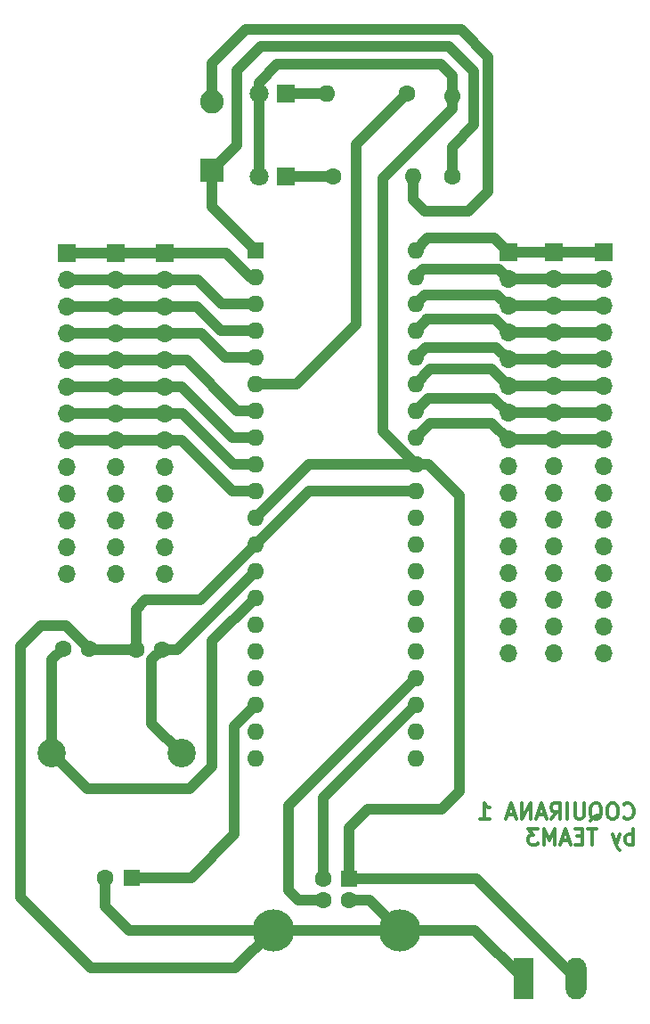
<source format=gbr>
%TF.GenerationSoftware,KiCad,Pcbnew,8.0.8*%
%TF.CreationDate,2025-04-09T17:27:57-06:00*%
%TF.ProjectId,Coquirana1,436f7175-6972-4616-9e61-312e6b696361,rev?*%
%TF.SameCoordinates,Original*%
%TF.FileFunction,Copper,L2,Bot*%
%TF.FilePolarity,Positive*%
%FSLAX46Y46*%
G04 Gerber Fmt 4.6, Leading zero omitted, Abs format (unit mm)*
G04 Created by KiCad (PCBNEW 8.0.8) date 2025-04-09 17:27:57*
%MOMM*%
%LPD*%
G01*
G04 APERTURE LIST*
%ADD10C,0.300000*%
%TA.AperFunction,NonConductor*%
%ADD11C,0.300000*%
%TD*%
%TA.AperFunction,ComponentPad*%
%ADD12C,1.600000*%
%TD*%
%TA.AperFunction,ComponentPad*%
%ADD13O,1.600000X1.600000*%
%TD*%
%TA.AperFunction,ComponentPad*%
%ADD14R,1.700000X1.700000*%
%TD*%
%TA.AperFunction,ComponentPad*%
%ADD15O,1.700000X1.700000*%
%TD*%
%TA.AperFunction,ComponentPad*%
%ADD16R,2.250000X2.250000*%
%TD*%
%TA.AperFunction,ComponentPad*%
%ADD17C,2.250000*%
%TD*%
%TA.AperFunction,ComponentPad*%
%ADD18R,1.600000X1.600000*%
%TD*%
%TA.AperFunction,ComponentPad*%
%ADD19R,1.800000X1.800000*%
%TD*%
%TA.AperFunction,ComponentPad*%
%ADD20C,1.800000*%
%TD*%
%TA.AperFunction,ComponentPad*%
%ADD21R,1.980000X3.960000*%
%TD*%
%TA.AperFunction,ComponentPad*%
%ADD22O,1.980000X3.960000*%
%TD*%
%TA.AperFunction,ComponentPad*%
%ADD23C,4.000000*%
%TD*%
%TA.AperFunction,ComponentPad*%
%ADD24C,2.700000*%
%TD*%
%TA.AperFunction,Conductor*%
%ADD25C,1.000000*%
%TD*%
%TA.AperFunction,Conductor*%
%ADD26C,0.200000*%
%TD*%
G04 APERTURE END LIST*
D10*
D11*
X176788346Y-118843055D02*
X176859774Y-118914484D01*
X176859774Y-118914484D02*
X177074060Y-118985912D01*
X177074060Y-118985912D02*
X177216917Y-118985912D01*
X177216917Y-118985912D02*
X177431203Y-118914484D01*
X177431203Y-118914484D02*
X177574060Y-118771626D01*
X177574060Y-118771626D02*
X177645489Y-118628769D01*
X177645489Y-118628769D02*
X177716917Y-118343055D01*
X177716917Y-118343055D02*
X177716917Y-118128769D01*
X177716917Y-118128769D02*
X177645489Y-117843055D01*
X177645489Y-117843055D02*
X177574060Y-117700198D01*
X177574060Y-117700198D02*
X177431203Y-117557341D01*
X177431203Y-117557341D02*
X177216917Y-117485912D01*
X177216917Y-117485912D02*
X177074060Y-117485912D01*
X177074060Y-117485912D02*
X176859774Y-117557341D01*
X176859774Y-117557341D02*
X176788346Y-117628769D01*
X175859774Y-117485912D02*
X175574060Y-117485912D01*
X175574060Y-117485912D02*
X175431203Y-117557341D01*
X175431203Y-117557341D02*
X175288346Y-117700198D01*
X175288346Y-117700198D02*
X175216917Y-117985912D01*
X175216917Y-117985912D02*
X175216917Y-118485912D01*
X175216917Y-118485912D02*
X175288346Y-118771626D01*
X175288346Y-118771626D02*
X175431203Y-118914484D01*
X175431203Y-118914484D02*
X175574060Y-118985912D01*
X175574060Y-118985912D02*
X175859774Y-118985912D01*
X175859774Y-118985912D02*
X176002632Y-118914484D01*
X176002632Y-118914484D02*
X176145489Y-118771626D01*
X176145489Y-118771626D02*
X176216917Y-118485912D01*
X176216917Y-118485912D02*
X176216917Y-117985912D01*
X176216917Y-117985912D02*
X176145489Y-117700198D01*
X176145489Y-117700198D02*
X176002632Y-117557341D01*
X176002632Y-117557341D02*
X175859774Y-117485912D01*
X173574060Y-119128769D02*
X173716917Y-119057341D01*
X173716917Y-119057341D02*
X173859774Y-118914484D01*
X173859774Y-118914484D02*
X174074060Y-118700198D01*
X174074060Y-118700198D02*
X174216917Y-118628769D01*
X174216917Y-118628769D02*
X174359774Y-118628769D01*
X174288345Y-118985912D02*
X174431203Y-118914484D01*
X174431203Y-118914484D02*
X174574060Y-118771626D01*
X174574060Y-118771626D02*
X174645488Y-118485912D01*
X174645488Y-118485912D02*
X174645488Y-117985912D01*
X174645488Y-117985912D02*
X174574060Y-117700198D01*
X174574060Y-117700198D02*
X174431203Y-117557341D01*
X174431203Y-117557341D02*
X174288345Y-117485912D01*
X174288345Y-117485912D02*
X174002631Y-117485912D01*
X174002631Y-117485912D02*
X173859774Y-117557341D01*
X173859774Y-117557341D02*
X173716917Y-117700198D01*
X173716917Y-117700198D02*
X173645488Y-117985912D01*
X173645488Y-117985912D02*
X173645488Y-118485912D01*
X173645488Y-118485912D02*
X173716917Y-118771626D01*
X173716917Y-118771626D02*
X173859774Y-118914484D01*
X173859774Y-118914484D02*
X174002631Y-118985912D01*
X174002631Y-118985912D02*
X174288345Y-118985912D01*
X173002631Y-117485912D02*
X173002631Y-118700198D01*
X173002631Y-118700198D02*
X172931202Y-118843055D01*
X172931202Y-118843055D02*
X172859774Y-118914484D01*
X172859774Y-118914484D02*
X172716916Y-118985912D01*
X172716916Y-118985912D02*
X172431202Y-118985912D01*
X172431202Y-118985912D02*
X172288345Y-118914484D01*
X172288345Y-118914484D02*
X172216916Y-118843055D01*
X172216916Y-118843055D02*
X172145488Y-118700198D01*
X172145488Y-118700198D02*
X172145488Y-117485912D01*
X171431202Y-118985912D02*
X171431202Y-117485912D01*
X169859773Y-118985912D02*
X170359773Y-118271626D01*
X170716916Y-118985912D02*
X170716916Y-117485912D01*
X170716916Y-117485912D02*
X170145487Y-117485912D01*
X170145487Y-117485912D02*
X170002630Y-117557341D01*
X170002630Y-117557341D02*
X169931201Y-117628769D01*
X169931201Y-117628769D02*
X169859773Y-117771626D01*
X169859773Y-117771626D02*
X169859773Y-117985912D01*
X169859773Y-117985912D02*
X169931201Y-118128769D01*
X169931201Y-118128769D02*
X170002630Y-118200198D01*
X170002630Y-118200198D02*
X170145487Y-118271626D01*
X170145487Y-118271626D02*
X170716916Y-118271626D01*
X169288344Y-118557341D02*
X168574059Y-118557341D01*
X169431201Y-118985912D02*
X168931201Y-117485912D01*
X168931201Y-117485912D02*
X168431201Y-118985912D01*
X167931202Y-118985912D02*
X167931202Y-117485912D01*
X167931202Y-117485912D02*
X167074059Y-118985912D01*
X167074059Y-118985912D02*
X167074059Y-117485912D01*
X166431201Y-118557341D02*
X165716916Y-118557341D01*
X166574058Y-118985912D02*
X166074058Y-117485912D01*
X166074058Y-117485912D02*
X165574058Y-118985912D01*
X163145487Y-118985912D02*
X164002630Y-118985912D01*
X163574059Y-118985912D02*
X163574059Y-117485912D01*
X163574059Y-117485912D02*
X163716916Y-117700198D01*
X163716916Y-117700198D02*
X163859773Y-117843055D01*
X163859773Y-117843055D02*
X164002630Y-117914484D01*
X177645489Y-121400828D02*
X177645489Y-119900828D01*
X177645489Y-120472257D02*
X177502632Y-120400828D01*
X177502632Y-120400828D02*
X177216917Y-120400828D01*
X177216917Y-120400828D02*
X177074060Y-120472257D01*
X177074060Y-120472257D02*
X177002632Y-120543685D01*
X177002632Y-120543685D02*
X176931203Y-120686542D01*
X176931203Y-120686542D02*
X176931203Y-121115114D01*
X176931203Y-121115114D02*
X177002632Y-121257971D01*
X177002632Y-121257971D02*
X177074060Y-121329400D01*
X177074060Y-121329400D02*
X177216917Y-121400828D01*
X177216917Y-121400828D02*
X177502632Y-121400828D01*
X177502632Y-121400828D02*
X177645489Y-121329400D01*
X176431203Y-120400828D02*
X176074060Y-121400828D01*
X175716917Y-120400828D02*
X176074060Y-121400828D01*
X176074060Y-121400828D02*
X176216917Y-121757971D01*
X176216917Y-121757971D02*
X176288346Y-121829400D01*
X176288346Y-121829400D02*
X176431203Y-121900828D01*
X174216917Y-119900828D02*
X173359775Y-119900828D01*
X173788346Y-121400828D02*
X173788346Y-119900828D01*
X172859775Y-120615114D02*
X172359775Y-120615114D01*
X172145489Y-121400828D02*
X172859775Y-121400828D01*
X172859775Y-121400828D02*
X172859775Y-119900828D01*
X172859775Y-119900828D02*
X172145489Y-119900828D01*
X171574060Y-120972257D02*
X170859775Y-120972257D01*
X171716917Y-121400828D02*
X171216917Y-119900828D01*
X171216917Y-119900828D02*
X170716917Y-121400828D01*
X170216918Y-121400828D02*
X170216918Y-119900828D01*
X170216918Y-119900828D02*
X169716918Y-120972257D01*
X169716918Y-120972257D02*
X169216918Y-119900828D01*
X169216918Y-119900828D02*
X169216918Y-121400828D01*
X168645489Y-119900828D02*
X167716917Y-119900828D01*
X167716917Y-119900828D02*
X168216917Y-120472257D01*
X168216917Y-120472257D02*
X168002632Y-120472257D01*
X168002632Y-120472257D02*
X167859775Y-120543685D01*
X167859775Y-120543685D02*
X167788346Y-120615114D01*
X167788346Y-120615114D02*
X167716917Y-120757971D01*
X167716917Y-120757971D02*
X167716917Y-121115114D01*
X167716917Y-121115114D02*
X167788346Y-121257971D01*
X167788346Y-121257971D02*
X167859775Y-121329400D01*
X167859775Y-121329400D02*
X168002632Y-121400828D01*
X168002632Y-121400828D02*
X168431203Y-121400828D01*
X168431203Y-121400828D02*
X168574060Y-121329400D01*
X168574060Y-121329400D02*
X168645489Y-121257971D01*
D12*
%TO.P,R1,1*%
%TO.N,Net-(U1-Vpp{slash}~{MCLR}{slash}RE3)*%
X160450000Y-57910000D03*
D13*
%TO.P,R1,2*%
%TO.N,VCC*%
X160450000Y-50290000D03*
%TD*%
D14*
%TO.P,J3,1,Pin_1*%
%TO.N,pin2*%
X123800000Y-65210000D03*
D15*
%TO.P,J3,2,Pin_2*%
%TO.N,pin3*%
X123800000Y-67750000D03*
%TO.P,J3,3,Pin_3*%
%TO.N,pin4*%
X123800000Y-70290000D03*
%TO.P,J3,4,Pin_4*%
%TO.N,pin5*%
X123800000Y-72830000D03*
%TO.P,J3,5,Pin_5*%
%TO.N,pin7*%
X123800000Y-75370000D03*
%TO.P,J3,6,Pin_6*%
%TO.N,pin8*%
X123800000Y-77910000D03*
%TO.P,J3,7,Pin_7*%
%TO.N,pin9*%
X123800000Y-80450000D03*
%TO.P,J3,8,Pin_8*%
%TO.N,pin10*%
X123800000Y-82990000D03*
%TO.P,J3,9,Pin_9*%
%TO.N,pin15*%
X123800000Y-85530000D03*
%TO.P,J3,10,Pin_10*%
%TO.N,pin16*%
X123800000Y-88070000D03*
%TO.P,J3,11,Pin_11*%
%TO.N,pin17*%
X123800000Y-90610000D03*
%TO.P,J3,12,Pin_12*%
%TO.N,pin20*%
X123800000Y-93150000D03*
%TO.P,J3,13,Pin_13*%
%TO.N,pin19*%
X123800000Y-95690000D03*
%TD*%
D12*
%TO.P,C1,1*%
%TO.N,Earth*%
X130400000Y-102850000D03*
%TO.P,C1,2*%
%TO.N,Net-(U1-OSC1{slash}CLKI)*%
X132900000Y-102850000D03*
%TD*%
D16*
%TO.P,SW1,1,1*%
%TO.N,Net-(U1-Vpp{slash}~{MCLR}{slash}RE3)*%
X137650000Y-57350000D03*
D17*
%TO.P,SW1,2,2*%
%TO.N,Earth*%
X137650000Y-50850000D03*
%TD*%
D18*
%TO.P,C3,1*%
%TO.N,Net-(U1-VUSB)*%
X129982380Y-124550000D03*
D12*
%TO.P,C3,2*%
%TO.N,Earth*%
X127482380Y-124550000D03*
%TD*%
D18*
%TO.P,U1,1,Vpp/~{MCLR}/RE3*%
%TO.N,Net-(U1-Vpp{slash}~{MCLR}{slash}RE3)*%
X141760000Y-64950000D03*
D13*
%TO.P,U1,2,RA0/AN0*%
%TO.N,pin2*%
X141760000Y-67490000D03*
%TO.P,U1,3,RA1/AN1*%
%TO.N,pin3*%
X141760000Y-70030000D03*
%TO.P,U1,4,RA2/AN2/Vref-/CVref*%
%TO.N,pin4*%
X141760000Y-72570000D03*
%TO.P,U1,5,RA3/AN3/Vref+*%
%TO.N,pin5*%
X141760000Y-75110000D03*
%TO.P,U1,6,RA4/T0CKI/C1OUT/RCV*%
%TO.N,Net-(U1-RA4{slash}T0CKI{slash}C1OUT{slash}RCV)*%
X141760000Y-77650000D03*
%TO.P,U1,7,RA5/AN4/~{SS}/HLVDIN/C2OUT*%
%TO.N,pin7*%
X141760000Y-80190000D03*
%TO.P,U1,8,CK1SPP/AN5/RE0*%
%TO.N,pin8*%
X141760000Y-82730000D03*
%TO.P,U1,9,CK2SPP/AN6/RE1*%
%TO.N,pin9*%
X141760000Y-85270000D03*
%TO.P,U1,10,OESPP/AN7/RE2*%
%TO.N,pin10*%
X141760000Y-87810000D03*
%TO.P,U1,11,VDD*%
%TO.N,VCC*%
X141760000Y-90350000D03*
%TO.P,U1,12,VSS*%
%TO.N,Earth*%
X141760000Y-92890000D03*
%TO.P,U1,13,OSC1/CLKI*%
%TO.N,Net-(U1-OSC1{slash}CLKI)*%
X141760000Y-95430000D03*
%TO.P,U1,14,RA6/OSC2/CLKO*%
%TO.N,Net-(U1-RA6{slash}OSC2{slash}CLKO)*%
X141760000Y-97970000D03*
%TO.P,U1,15,T1OSO/T13CKI/RC0*%
%TO.N,pin15*%
X141760000Y-100510000D03*
%TO.P,U1,16,~{UOE}/CCP2/T1OSI/RC1*%
%TO.N,pin16*%
X141760000Y-103050000D03*
%TO.P,U1,17,P1A/CCP1/RC2*%
%TO.N,pin17*%
X141760000Y-105590000D03*
%TO.P,U1,18,VUSB*%
%TO.N,Net-(U1-VUSB)*%
X141760000Y-108130000D03*
%TO.P,U1,19,SPP0/RD0*%
%TO.N,pin19*%
X141760000Y-110670000D03*
%TO.P,U1,20,SPP1/RD1*%
%TO.N,pin20*%
X141760000Y-113210000D03*
%TO.P,U1,21,SPP2/RD2*%
%TO.N,pin21*%
X157000000Y-113210000D03*
%TO.P,U1,22,SPP3/RD3*%
%TO.N,pin22*%
X157000000Y-110670000D03*
%TO.P,U1,23,VM/D-/RC4*%
%TO.N,Net-(J1-D-)*%
X157000000Y-108130000D03*
%TO.P,U1,24,VP/D+/RC5*%
%TO.N,Net-(J1-D+)*%
X157000000Y-105590000D03*
%TO.P,U1,25,TX/CK/RC6*%
%TO.N,pin25*%
X157000000Y-103050000D03*
%TO.P,U1,26,SDO/RX/DT/RC7*%
%TO.N,pin26*%
X157000000Y-100510000D03*
%TO.P,U1,27,SPP4/RD4*%
%TO.N,pin27*%
X157000000Y-97970000D03*
%TO.P,U1,28,P1B/SPP5/RD5*%
%TO.N,pin28*%
X157000000Y-95430000D03*
%TO.P,U1,29,P1C/SPP6/RD6*%
%TO.N,pin29*%
X157000000Y-92890000D03*
%TO.P,U1,30,P1D/SPP7/RD7*%
%TO.N,pin30*%
X157000000Y-90350000D03*
%TO.P,U1,31,VSS*%
%TO.N,Earth*%
X157000000Y-87810000D03*
%TO.P,U1,32,VDD*%
%TO.N,VCC*%
X157000000Y-85270000D03*
%TO.P,U1,33,RB0/AN12/INT0/FLT0/SDI/SDA*%
%TO.N,pin33*%
X157000000Y-82730000D03*
%TO.P,U1,34,RB1/AN10/INT1/SCK/SCL*%
%TO.N,pin34*%
X157000000Y-80190000D03*
%TO.P,U1,35,RB2/AN8/INT2/VMO*%
%TO.N,pin35*%
X157000000Y-77650000D03*
%TO.P,U1,36,RB3/AN9/CCP2/VPO*%
%TO.N,pin36*%
X157000000Y-75110000D03*
%TO.P,U1,37,RB4/AN11/KBI0/CSSPP*%
%TO.N,pin37*%
X157000000Y-72570000D03*
%TO.P,U1,38,RB5/KBI1/PGM*%
%TO.N,pin38*%
X157000000Y-70030000D03*
%TO.P,U1,39,RB6/KBI2/PGC*%
%TO.N,pin39*%
X157000000Y-67490000D03*
%TO.P,U1,40,RB7/KBI3/PGD*%
%TO.N,pin40*%
X157000000Y-64950000D03*
%TD*%
D19*
%TO.P,D2,1,K*%
%TO.N,Net-(D2-K)*%
X144620000Y-57940000D03*
D20*
%TO.P,D2,2,A*%
%TO.N,VCC*%
X142080000Y-57940000D03*
%TD*%
D14*
%TO.P,J4,1,Pin_1*%
%TO.N,pin2*%
X128450000Y-65210000D03*
D15*
%TO.P,J4,2,Pin_2*%
%TO.N,pin3*%
X128450000Y-67750000D03*
%TO.P,J4,3,Pin_3*%
%TO.N,pin4*%
X128450000Y-70290000D03*
%TO.P,J4,4,Pin_4*%
%TO.N,pin5*%
X128450000Y-72830000D03*
%TO.P,J4,5,Pin_5*%
%TO.N,pin7*%
X128450000Y-75370000D03*
%TO.P,J4,6,Pin_6*%
%TO.N,pin8*%
X128450000Y-77910000D03*
%TO.P,J4,7,Pin_7*%
%TO.N,pin9*%
X128450000Y-80450000D03*
%TO.P,J4,8,Pin_8*%
%TO.N,pin10*%
X128450000Y-82990000D03*
%TO.P,J4,9,Pin_9*%
%TO.N,pin15*%
X128450000Y-85530000D03*
%TO.P,J4,10,Pin_10*%
%TO.N,pin16*%
X128450000Y-88070000D03*
%TO.P,J4,11,Pin_11*%
%TO.N,pin17*%
X128450000Y-90610000D03*
%TO.P,J4,12,Pin_12*%
%TO.N,pin20*%
X128450000Y-93150000D03*
%TO.P,J4,13,Pin_13*%
%TO.N,pin19*%
X128450000Y-95690000D03*
%TD*%
D21*
%TO.P,J2,1,Pin_1*%
%TO.N,Earth*%
X167235000Y-134150000D03*
D22*
%TO.P,J2,2,Pin_2*%
%TO.N,VCC*%
X172235000Y-134150000D03*
%TD*%
D14*
%TO.P,J6,1,Pin_1*%
%TO.N,pin40*%
X165800000Y-65150000D03*
D15*
%TO.P,J6,2,Pin_2*%
%TO.N,pin39*%
X165800000Y-67690000D03*
%TO.P,J6,3,Pin_3*%
%TO.N,pin38*%
X165800000Y-70230000D03*
%TO.P,J6,4,Pin_4*%
%TO.N,pin37*%
X165800000Y-72770000D03*
%TO.P,J6,5,Pin_5*%
%TO.N,pin36*%
X165800000Y-75310000D03*
%TO.P,J6,6,Pin_6*%
%TO.N,pin35*%
X165800000Y-77850000D03*
%TO.P,J6,7,Pin_7*%
%TO.N,pin34*%
X165800000Y-80390000D03*
%TO.P,J6,8,Pin_8*%
%TO.N,pin33*%
X165800000Y-82930000D03*
%TO.P,J6,9,Pin_9*%
%TO.N,pin30*%
X165800000Y-85470000D03*
%TO.P,J6,10,Pin_10*%
%TO.N,pin29*%
X165800000Y-88010000D03*
%TO.P,J6,11,Pin_11*%
%TO.N,pin28*%
X165800000Y-90550000D03*
%TO.P,J6,12,Pin_12*%
%TO.N,pin27*%
X165800000Y-93090000D03*
%TO.P,J6,13,Pin_13*%
%TO.N,pin26*%
X165800000Y-95630000D03*
%TO.P,J6,14,Pin_14*%
%TO.N,pin25*%
X165800000Y-98170000D03*
%TO.P,J6,15,Pin_15*%
%TO.N,pin22*%
X165800000Y-100710000D03*
%TO.P,J6,16,Pin_16*%
%TO.N,pin21*%
X165800000Y-103250000D03*
%TD*%
D19*
%TO.P,D1,1,K*%
%TO.N,Net-(D1-K)*%
X144680000Y-50090000D03*
D20*
%TO.P,D1,2,A*%
%TO.N,VCC*%
X142140000Y-50090000D03*
%TD*%
D12*
%TO.P,R2,1*%
%TO.N,Net-(U1-RA4{slash}T0CKI{slash}C1OUT{slash}RCV)*%
X156190000Y-50040000D03*
D13*
%TO.P,R2,2*%
%TO.N,Net-(D1-K)*%
X148570000Y-50040000D03*
%TD*%
D12*
%TO.P,C2,1*%
%TO.N,Net-(U1-RA6{slash}OSC2{slash}CLKO)*%
X123450000Y-102800000D03*
%TO.P,C2,2*%
%TO.N,Earth*%
X125950000Y-102800000D03*
%TD*%
D18*
%TO.P,J1,1,VBUS*%
%TO.N,VCC*%
X150700000Y-124662500D03*
D12*
%TO.P,J1,2,D-*%
%TO.N,Net-(J1-D-)*%
X148200000Y-124662500D03*
%TO.P,J1,3,D+*%
%TO.N,Net-(J1-D+)*%
X148200000Y-126662500D03*
%TO.P,J1,4,GND*%
%TO.N,Earth*%
X150700000Y-126662500D03*
D23*
%TO.P,J1,5,Shield*%
X155450000Y-129522500D03*
X143450000Y-129522500D03*
%TD*%
D12*
%TO.P,R3,1*%
%TO.N,Net-(D2-K)*%
X149100000Y-57900000D03*
D13*
%TO.P,R3,2*%
%TO.N,Earth*%
X156720000Y-57900000D03*
%TD*%
D24*
%TO.P,Y1,1,1*%
%TO.N,Net-(U1-RA6{slash}OSC2{slash}CLKO)*%
X122400000Y-112750000D03*
%TO.P,Y1,2,2*%
%TO.N,Net-(U1-OSC1{slash}CLKI)*%
X134740000Y-112750000D03*
%TD*%
D14*
%TO.P,J8,1,Pin_1*%
%TO.N,pin40*%
X174900000Y-65150000D03*
D15*
%TO.P,J8,2,Pin_2*%
%TO.N,pin39*%
X174900000Y-67690000D03*
%TO.P,J8,3,Pin_3*%
%TO.N,pin38*%
X174900000Y-70230000D03*
%TO.P,J8,4,Pin_4*%
%TO.N,pin37*%
X174900000Y-72770000D03*
%TO.P,J8,5,Pin_5*%
%TO.N,pin36*%
X174900000Y-75310000D03*
%TO.P,J8,6,Pin_6*%
%TO.N,pin35*%
X174900000Y-77850000D03*
%TO.P,J8,7,Pin_7*%
%TO.N,pin34*%
X174900000Y-80390000D03*
%TO.P,J8,8,Pin_8*%
%TO.N,pin33*%
X174900000Y-82930000D03*
%TO.P,J8,9,Pin_9*%
%TO.N,pin30*%
X174900000Y-85470000D03*
%TO.P,J8,10,Pin_10*%
%TO.N,pin29*%
X174900000Y-88010000D03*
%TO.P,J8,11,Pin_11*%
%TO.N,pin28*%
X174900000Y-90550000D03*
%TO.P,J8,12,Pin_12*%
%TO.N,pin27*%
X174900000Y-93090000D03*
%TO.P,J8,13,Pin_13*%
%TO.N,pin26*%
X174900000Y-95630000D03*
%TO.P,J8,14,Pin_14*%
%TO.N,pin25*%
X174900000Y-98170000D03*
%TO.P,J8,15,Pin_15*%
%TO.N,pin22*%
X174900000Y-100710000D03*
%TO.P,J8,16,Pin_16*%
%TO.N,pin21*%
X174900000Y-103250000D03*
%TD*%
D14*
%TO.P,J5,1,Pin_1*%
%TO.N,pin2*%
X133100000Y-65210000D03*
D15*
%TO.P,J5,2,Pin_2*%
%TO.N,pin3*%
X133100000Y-67750000D03*
%TO.P,J5,3,Pin_3*%
%TO.N,pin4*%
X133100000Y-70290000D03*
%TO.P,J5,4,Pin_4*%
%TO.N,pin5*%
X133100000Y-72830000D03*
%TO.P,J5,5,Pin_5*%
%TO.N,pin7*%
X133100000Y-75370000D03*
%TO.P,J5,6,Pin_6*%
%TO.N,pin8*%
X133100000Y-77910000D03*
%TO.P,J5,7,Pin_7*%
%TO.N,pin9*%
X133100000Y-80450000D03*
%TO.P,J5,8,Pin_8*%
%TO.N,pin10*%
X133100000Y-82990000D03*
%TO.P,J5,9,Pin_9*%
%TO.N,pin15*%
X133100000Y-85530000D03*
%TO.P,J5,10,Pin_10*%
%TO.N,pin16*%
X133100000Y-88070000D03*
%TO.P,J5,11,Pin_11*%
%TO.N,pin17*%
X133100000Y-90610000D03*
%TO.P,J5,12,Pin_12*%
%TO.N,pin20*%
X133100000Y-93150000D03*
%TO.P,J5,13,Pin_13*%
%TO.N,pin19*%
X133100000Y-95690000D03*
%TD*%
D14*
%TO.P,J7,1,Pin_1*%
%TO.N,pin40*%
X170150000Y-65150000D03*
D15*
%TO.P,J7,2,Pin_2*%
%TO.N,pin39*%
X170150000Y-67690000D03*
%TO.P,J7,3,Pin_3*%
%TO.N,pin38*%
X170150000Y-70230000D03*
%TO.P,J7,4,Pin_4*%
%TO.N,pin37*%
X170150000Y-72770000D03*
%TO.P,J7,5,Pin_5*%
%TO.N,pin36*%
X170150000Y-75310000D03*
%TO.P,J7,6,Pin_6*%
%TO.N,pin35*%
X170150000Y-77850000D03*
%TO.P,J7,7,Pin_7*%
%TO.N,pin34*%
X170150000Y-80390000D03*
%TO.P,J7,8,Pin_8*%
%TO.N,pin33*%
X170150000Y-82930000D03*
%TO.P,J7,9,Pin_9*%
%TO.N,pin30*%
X170150000Y-85470000D03*
%TO.P,J7,10,Pin_10*%
%TO.N,pin29*%
X170150000Y-88010000D03*
%TO.P,J7,11,Pin_11*%
%TO.N,pin28*%
X170150000Y-90550000D03*
%TO.P,J7,12,Pin_12*%
%TO.N,pin27*%
X170150000Y-93090000D03*
%TO.P,J7,13,Pin_13*%
%TO.N,pin26*%
X170150000Y-95630000D03*
%TO.P,J7,14,Pin_14*%
%TO.N,pin25*%
X170150000Y-98170000D03*
%TO.P,J7,15,Pin_15*%
%TO.N,pin22*%
X170150000Y-100710000D03*
%TO.P,J7,16,Pin_16*%
%TO.N,pin21*%
X170150000Y-103250000D03*
%TD*%
D25*
%TO.N,VCC*%
X143850000Y-47300000D02*
X142140000Y-49010000D01*
X159350000Y-47300000D02*
X143850000Y-47300000D01*
X160450000Y-50290000D02*
X160450000Y-48400000D01*
X160450000Y-48400000D02*
X159350000Y-47300000D01*
X142140000Y-49010000D02*
X142140000Y-50090000D01*
%TO.N,Net-(U1-OSC1{slash}CLKI)*%
X134740000Y-112750000D02*
X131900000Y-109910000D01*
X131900000Y-109910000D02*
X131900000Y-103850000D01*
X141760000Y-95430000D02*
X134340000Y-102850000D01*
X134340000Y-102850000D02*
X132900000Y-102850000D01*
X131900000Y-103850000D02*
X132900000Y-102850000D01*
%TO.N,Earth*%
X131300000Y-98150000D02*
X130400000Y-99050000D01*
X129722500Y-129522500D02*
X127482380Y-127282380D01*
X146840000Y-87810000D02*
X141760000Y-92890000D01*
X155450000Y-129522500D02*
X152590000Y-126662500D01*
X136500000Y-98150000D02*
X131300000Y-98150000D01*
X157000000Y-87810000D02*
X146840000Y-87810000D01*
X163900000Y-59350000D02*
X162000000Y-61250000D01*
X162607500Y-129522500D02*
X167235000Y-134150000D01*
D26*
X126000000Y-102850000D02*
X125950000Y-102800000D01*
X130350000Y-102800000D02*
X130400000Y-102850000D01*
D25*
X161300000Y-44000000D02*
X163900000Y-46600000D01*
X155450000Y-129522500D02*
X143450000Y-129522500D01*
X137650000Y-50850000D02*
X137650000Y-47200000D01*
X163900000Y-59350000D02*
X163900000Y-46600000D01*
X130400000Y-102850000D02*
X126000000Y-102850000D01*
X141760000Y-92890000D02*
X136500000Y-98150000D01*
X155450000Y-129522500D02*
X162607500Y-129522500D01*
X157850000Y-61250000D02*
X156720000Y-60120000D01*
X152590000Y-126662500D02*
X150700000Y-126662500D01*
X143450000Y-129522500D02*
X129722500Y-129522500D01*
X130400000Y-99050000D02*
X130400000Y-102850000D01*
X156720000Y-60120000D02*
X156720000Y-57900000D01*
X137650000Y-47200000D02*
X140850000Y-44000000D01*
X127482380Y-127282380D02*
X127482380Y-124550000D01*
X140850000Y-44000000D02*
X161300000Y-44000000D01*
X162000000Y-61250000D02*
X157850000Y-61250000D01*
%TO.N,Net-(U1-RA6{slash}OSC2{slash}CLKO)*%
X122400000Y-112750000D02*
X125750000Y-116100000D01*
X137650000Y-114000000D02*
X137650000Y-102080000D01*
X137650000Y-102080000D02*
X141760000Y-97970000D01*
X122400000Y-112750000D02*
X122400000Y-103850000D01*
X135550000Y-116100000D02*
X137650000Y-114000000D01*
X122400000Y-103850000D02*
X123450000Y-102800000D01*
X125750000Y-116100000D02*
X135550000Y-116100000D01*
%TO.N,Net-(U1-VUSB)*%
X139750000Y-110140000D02*
X141760000Y-108130000D01*
X135650000Y-124550000D02*
X139750000Y-120450000D01*
X139750000Y-120450000D02*
X139750000Y-110140000D01*
X129982380Y-124550000D02*
X135650000Y-124550000D01*
%TO.N,Net-(D1-K)*%
X144680000Y-50090000D02*
X148520000Y-50090000D01*
D26*
X148520000Y-50090000D02*
X148570000Y-50040000D01*
D25*
%TO.N,VCC*%
X150700000Y-124662500D02*
X162747500Y-124662500D01*
X150700000Y-124662500D02*
X150700000Y-119800000D01*
X160450000Y-51500000D02*
X153850000Y-58100000D01*
X160450000Y-50290000D02*
X160450000Y-51500000D01*
X152450000Y-118050000D02*
X159450000Y-118050000D01*
D26*
X142140000Y-57880000D02*
X142080000Y-57940000D01*
D25*
X162747500Y-124662500D02*
X172235000Y-134150000D01*
X142140000Y-50090000D02*
X142140000Y-57880000D01*
X157000000Y-85270000D02*
X146840000Y-85270000D01*
X153850000Y-82120000D02*
X157000000Y-85270000D01*
X161150000Y-116350000D02*
X161150000Y-88250000D01*
X146840000Y-85270000D02*
X141760000Y-90350000D01*
X158170000Y-85270000D02*
X157000000Y-85270000D01*
X161150000Y-88250000D02*
X158170000Y-85270000D01*
X153850000Y-58100000D02*
X153850000Y-82120000D01*
X159450000Y-118050000D02*
X161150000Y-116350000D01*
X150700000Y-119800000D02*
X152450000Y-118050000D01*
D26*
%TO.N,Net-(D2-K)*%
X149060000Y-57940000D02*
X149100000Y-57900000D01*
D25*
X144620000Y-57940000D02*
X149060000Y-57940000D01*
%TO.N,Net-(J1-D-)*%
X148200000Y-116930000D02*
X157000000Y-108130000D01*
X148200000Y-124662500D02*
X148200000Y-116930000D01*
%TO.N,Net-(J1-D+)*%
X148200000Y-126662500D02*
X145812500Y-126662500D01*
X144900000Y-117690000D02*
X157000000Y-105590000D01*
X144900000Y-125750000D02*
X144900000Y-117690000D01*
X145812500Y-126662500D02*
X144900000Y-125750000D01*
%TO.N,pin4*%
X141760000Y-72570000D02*
X138470000Y-72570000D01*
X128450000Y-70290000D02*
X123800000Y-70290000D01*
X138470000Y-72570000D02*
X136190000Y-70290000D01*
X136190000Y-70290000D02*
X133100000Y-70290000D01*
X133100000Y-70290000D02*
X128450000Y-70290000D01*
%TO.N,pin3*%
X141760000Y-70030000D02*
X138580000Y-70030000D01*
X133100000Y-67750000D02*
X128450000Y-67750000D01*
X128450000Y-67750000D02*
X123800000Y-67750000D01*
X138580000Y-70030000D02*
X136300000Y-67750000D01*
X136300000Y-67750000D02*
X133100000Y-67750000D01*
%TO.N,pin2*%
X141300000Y-67490000D02*
X141760000Y-67490000D01*
X133100000Y-65210000D02*
X128450000Y-65210000D01*
X128450000Y-65210000D02*
X123800000Y-65210000D01*
X139020000Y-65210000D02*
X141300000Y-67490000D01*
X133100000Y-65210000D02*
X139020000Y-65210000D01*
%TO.N,pin5*%
X133100000Y-72830000D02*
X128450000Y-72830000D01*
X136630000Y-72830000D02*
X133100000Y-72830000D01*
X141760000Y-75110000D02*
X138910000Y-75110000D01*
X138910000Y-75110000D02*
X136630000Y-72830000D01*
X128450000Y-72830000D02*
X123800000Y-72830000D01*
%TO.N,pin37*%
X165800000Y-72770000D02*
X170150000Y-72770000D01*
D26*
X157000000Y-72350000D02*
X157000000Y-72570000D01*
D25*
X170150000Y-72770000D02*
X174900000Y-72770000D01*
D26*
X158050000Y-71520000D02*
X158050000Y-71500000D01*
D25*
X164530000Y-71500000D02*
X165800000Y-72770000D01*
X157000000Y-72570000D02*
X158050000Y-71520000D01*
X158050000Y-71500000D02*
X164530000Y-71500000D01*
%TO.N,pin33*%
X170150000Y-82930000D02*
X174900000Y-82930000D01*
X165800000Y-82930000D02*
X170150000Y-82930000D01*
X157000000Y-82730000D02*
X158380000Y-81350000D01*
X164220000Y-81350000D02*
X165800000Y-82930000D01*
X158380000Y-81350000D02*
X164220000Y-81350000D01*
%TO.N,pin35*%
X170150000Y-77850000D02*
X174900000Y-77850000D01*
X158400000Y-76250000D02*
X164200000Y-76250000D01*
X165800000Y-77850000D02*
X170150000Y-77850000D01*
X164200000Y-76250000D02*
X165800000Y-77850000D01*
X157000000Y-77650000D02*
X158400000Y-76250000D01*
D26*
X157200000Y-77850000D02*
X157000000Y-77650000D01*
D25*
%TO.N,pin34*%
X170150000Y-80390000D02*
X174900000Y-80390000D01*
X157000000Y-80190000D02*
X158190000Y-79000000D01*
X158190000Y-79000000D02*
X164410000Y-79000000D01*
X165800000Y-80390000D02*
X170150000Y-80390000D01*
D26*
X157200000Y-80390000D02*
X157000000Y-80190000D01*
D25*
X164410000Y-79000000D02*
X165800000Y-80390000D01*
%TO.N,pin38*%
X164720000Y-69150000D02*
X165800000Y-70230000D01*
X170150000Y-70230000D02*
X174900000Y-70230000D01*
X157000000Y-70030000D02*
X157880000Y-69150000D01*
X157880000Y-69150000D02*
X164720000Y-69150000D01*
X165800000Y-70230000D02*
X170150000Y-70230000D01*
%TO.N,pin7*%
X135220000Y-75370000D02*
X133100000Y-75370000D01*
X140040000Y-80190000D02*
X135220000Y-75370000D01*
X128450000Y-75370000D02*
X123800000Y-75370000D01*
X141760000Y-80190000D02*
X140040000Y-80190000D01*
X133100000Y-75370000D02*
X128450000Y-75370000D01*
%TO.N,pin36*%
X157000000Y-75110000D02*
X157960000Y-74150000D01*
X164640000Y-74150000D02*
X165800000Y-75310000D01*
X157960000Y-74150000D02*
X164640000Y-74150000D01*
X170150000Y-75310000D02*
X174900000Y-75310000D01*
X165800000Y-75310000D02*
X170150000Y-75310000D01*
%TO.N,pin39*%
X157000000Y-67450000D02*
X157700000Y-66750000D01*
D26*
X157000000Y-67490000D02*
X157000000Y-67450000D01*
D25*
X170150000Y-67690000D02*
X174900000Y-67690000D01*
X157700000Y-66750000D02*
X164860000Y-66750000D01*
X164860000Y-66750000D02*
X165800000Y-67690000D01*
X165800000Y-67690000D02*
X170150000Y-67690000D01*
%TO.N,pin10*%
X128450000Y-82990000D02*
X123800000Y-82990000D01*
X141760000Y-87810000D02*
X139560000Y-87810000D01*
X133100000Y-82990000D02*
X128450000Y-82990000D01*
X134740000Y-82990000D02*
X133100000Y-82990000D01*
X139560000Y-87810000D02*
X134740000Y-82990000D01*
%TO.N,pin8*%
X128450000Y-77910000D02*
X123800000Y-77910000D01*
X133100000Y-77910000D02*
X128450000Y-77910000D01*
X141760000Y-82730000D02*
X139580000Y-82730000D01*
X139580000Y-82730000D02*
X134760000Y-77910000D01*
X134760000Y-77910000D02*
X133100000Y-77910000D01*
%TO.N,pin9*%
X133100000Y-80450000D02*
X128450000Y-80450000D01*
X128450000Y-80450000D02*
X123800000Y-80450000D01*
X141760000Y-85270000D02*
X139670000Y-85270000D01*
X139670000Y-85270000D02*
X134850000Y-80450000D01*
X134850000Y-80450000D02*
X133100000Y-80450000D01*
%TO.N,Net-(U1-Vpp{slash}~{MCLR}{slash}RE3)*%
X140000000Y-55000000D02*
X137650000Y-57350000D01*
X160150000Y-45550000D02*
X142300000Y-45550000D01*
X160450000Y-55150000D02*
X162550000Y-53050000D01*
X137650000Y-57350000D02*
X137650000Y-60840000D01*
X137650000Y-60840000D02*
X141760000Y-64950000D01*
X160450000Y-57910000D02*
X160450000Y-55150000D01*
X142300000Y-45550000D02*
X140000000Y-47850000D01*
X140000000Y-47850000D02*
X140000000Y-55000000D01*
X162550000Y-53050000D02*
X162550000Y-47950000D01*
X162550000Y-47950000D02*
X160150000Y-45550000D01*
%TO.N,Net-(U1-RA4{slash}T0CKI{slash}C1OUT{slash}RCV)*%
X156190000Y-50040000D02*
X151350000Y-54880000D01*
D26*
X156340000Y-49890000D02*
X156190000Y-50040000D01*
D25*
X151350000Y-72000000D02*
X145700000Y-77650000D01*
X151350000Y-54880000D02*
X151350000Y-72000000D01*
X145700000Y-77650000D02*
X141760000Y-77650000D01*
%TO.N,pin40*%
X165800000Y-65150000D02*
X170150000Y-65150000D01*
X170150000Y-65150000D02*
X174900000Y-65150000D01*
X157000000Y-64950000D02*
X158150000Y-63800000D01*
X158150000Y-63800000D02*
X164450000Y-63800000D01*
X164450000Y-63800000D02*
X165800000Y-65150000D01*
%TO.N,Earth*%
X123750000Y-100600000D02*
X125950000Y-102800000D01*
X119450000Y-126450000D02*
X119450000Y-102550000D01*
X121400000Y-100600000D02*
X123750000Y-100600000D01*
X126150000Y-133150000D02*
X119450000Y-126450000D01*
X139822500Y-133150000D02*
X126150000Y-133150000D01*
X143450000Y-129522500D02*
X139822500Y-133150000D01*
X119450000Y-102550000D02*
X121400000Y-100600000D01*
%TD*%
M02*

</source>
